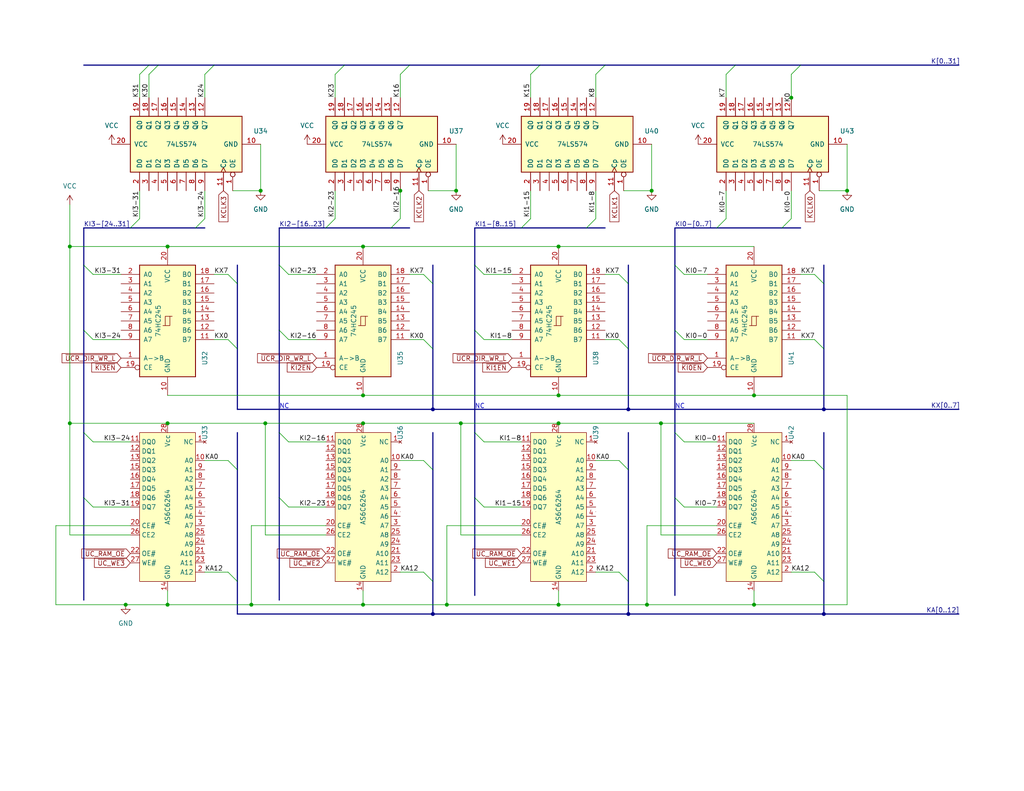
<source format=kicad_sch>
(kicad_sch (version 20211123) (generator eeschema)
  (paper "USLetter")
  (title_block (title "Microcode Engine") (date "2022-07-04"))
  (lib_symbols
    (symbol "74xx:74HC245" (pin_names (offset 1.016))
      (property "Reference" "U" (at -7.62 16.51 0))
      (property "Value" "74HC245" (at -7.62 -16.51 0))
      (symbol "74HC245_1_0"
        (polyline (pts (xy -0.635 -1.27) (xy -0.635 1.27) (xy 0.635 1.27)))
        (polyline (pts (xy -1.27 -1.27) (xy 0.635 -1.27) (xy 0.635 1.27) (xy 1.27 1.27)))
        (pin input line (at -12.7 -10.16 0) (length 5.08) (name "A->B") (number "1"))
        (pin power_in line (at 0 -20.32 90) (length 5.08) (name "GND") (number "10"))
        (pin tri_state line (at 12.7 -5.08 180) (length 5.08) (name "B7") (number "11"))
        (pin tri_state line (at 12.7 -2.54 180) (length 5.08) (name "B6") (number "12"))
        (pin tri_state line (at 12.7 0 180) (length 5.08) (name "B5") (number "13"))
        (pin tri_state line (at 12.7 2.54 180) (length 5.08) (name "B4") (number "14"))
        (pin tri_state line (at 12.7 5.08 180) (length 5.08) (name "B3") (number "15"))
        (pin tri_state line (at 12.7 7.62 180) (length 5.08) (name "B2") (number "16"))
        (pin tri_state line (at 12.7 10.16 180) (length 5.08) (name "B1") (number "17"))
        (pin tri_state line (at 12.7 12.7 180) (length 5.08) (name "B0") (number "18"))
        (pin input inverted (at -12.7 -12.7 0) (length 5.08) (name "CE") (number "19"))
        (pin tri_state line (at -12.7 12.7 0) (length 5.08) (name "A0") (number "2"))
        (pin power_in line (at 0 20.32 270) (length 5.08) (name "VCC") (number "20"))
        (pin tri_state line (at -12.7 10.16 0) (length 5.08) (name "A1") (number "3"))
        (pin tri_state line (at -12.7 7.62 0) (length 5.08) (name "A2") (number "4"))
        (pin tri_state line (at -12.7 5.08 0) (length 5.08) (name "A3") (number "5"))
        (pin tri_state line (at -12.7 2.54 0) (length 5.08) (name "A4") (number "6"))
        (pin tri_state line (at -12.7 0 0) (length 5.08) (name "A5") (number "7"))
        (pin tri_state line (at -12.7 -2.54 0) (length 5.08) (name "A6") (number "8"))
        (pin tri_state line (at -12.7 -5.08 0) (length 5.08) (name "A7") (number "9"))
      )
      (symbol "74HC245_1_1"
        (rectangle (start -7.62 15.24) (end 7.62 -15.24) (stroke (width 0.254)) (fill (type background)))
      )
    )
    (symbol "74xx:74LS574" (pin_names (offset 1.016))
      (property "Reference" "U" (at -7.62 16.51 0))
      (property "Value" "74LS574" (at -7.62 -16.51 0))
      (symbol "74LS574_1_0"
        (pin input inverted (at -12.7 -12.7 0) (length 5.08) (name "OE") (number "1"))
        (pin power_in line (at 0 -20.32 90) (length 5.08) (name "GND") (number "10"))
        (pin input clock (at -12.7 -10.16 0) (length 5.08) (name "Cp") (number "11"))
        (pin tri_state line (at 12.7 -5.08 180) (length 5.08) (name "Q7") (number "12"))
        (pin tri_state line (at 12.7 -2.54 180) (length 5.08) (name "Q6") (number "13"))
        (pin tri_state line (at 12.7 0 180) (length 5.08) (name "Q5") (number "14"))
        (pin tri_state line (at 12.7 2.54 180) (length 5.08) (name "Q4") (number "15"))
        (pin tri_state line (at 12.7 5.08 180) (length 5.08) (name "Q3") (number "16"))
        (pin tri_state line (at 12.7 7.62 180) (length 5.08) (name "Q2") (number "17"))
        (pin tri_state line (at 12.7 10.16 180) (length 5.08) (name "Q1") (number "18"))
        (pin tri_state line (at 12.7 12.7 180) (length 5.08) (name "Q0") (number "19"))
        (pin input line (at -12.7 12.7 0) (length 5.08) (name "D0") (number "2"))
        (pin power_in line (at 0 20.32 270) (length 5.08) (name "VCC") (number "20"))
        (pin input line (at -12.7 10.16 0) (length 5.08) (name "D1") (number "3"))
        (pin input line (at -12.7 7.62 0) (length 5.08) (name "D2") (number "4"))
        (pin input line (at -12.7 5.08 0) (length 5.08) (name "D3") (number "5"))
        (pin input line (at -12.7 2.54 0) (length 5.08) (name "D4") (number "6"))
        (pin input line (at -12.7 0 0) (length 5.08) (name "D5") (number "7"))
        (pin input line (at -12.7 -2.54 0) (length 5.08) (name "D6") (number "8"))
        (pin input line (at -12.7 -5.08 0) (length 5.08) (name "D7") (number "9"))
      )
      (symbol "74LS574_1_1"
        (rectangle (start -7.62 15.24) (end 7.62 -15.24) (stroke (width 0.254)) (fill (type background)))
      )
    )
    (symbol "pdxjjb:AS6C6264"
      (property "Reference" "U" (at -2.54 15.24 0))
      (property "Value" "AS6C6264" (at 0 5.08 90))
      (symbol "AS6C6264_0_1"
        (rectangle (start -10.16 3.81) (end -10.16 3.81))
        (rectangle (start -7.62 25.4) (end 7.62 -15.24) (fill (type background)))
      )
      (symbol "AS6C6264_1_1"
        (pin no_connect line (at -10.16 22.86 0) (length 2.54) (name "NC") (number "1"))
        (pin input line (at -10.16 17.78 0) (length 2.54) (name "A0") (number "10"))
        (pin tri_state line (at 10.16 22.86 180) (length 2.54) (name "DQ0") (number "11"))
        (pin tri_state line (at 10.16 20.32 180) (length 2.54) (name "DQ1") (number "12"))
        (pin tri_state line (at 10.16 17.78 180) (length 2.54) (name "DQ2") (number "13"))
        (pin power_in line (at 0 -17.78 90) (length 2.54) (name "GND") (number "14"))
        (pin tri_state line (at 10.16 15.24 180) (length 2.54) (name "DQ3") (number "15"))
        (pin tri_state line (at 10.16 12.7 180) (length 2.54) (name "DQ4") (number "16"))
        (pin tri_state line (at 10.16 10.16 180) (length 2.54) (name "DQ5") (number "17"))
        (pin tri_state line (at 10.16 7.62 180) (length 2.54) (name "DQ6") (number "18"))
        (pin tri_state line (at 10.16 5.08 180) (length 2.54) (name "DQ7") (number "19"))
        (pin input line (at -10.16 -12.7 0) (length 2.54) (name "A12") (number "2"))
        (pin input line (at 10.16 0 180) (length 2.54) (name "CE#") (number "20"))
        (pin input line (at -10.16 -7.62 0) (length 2.54) (name "A10") (number "21"))
        (pin input line (at 10.16 -7.62 180) (length 2.54) (name "OE#") (number "22"))
        (pin input line (at -10.16 -10.16 0) (length 2.54) (name "A11") (number "23"))
        (pin input line (at -10.16 -5.08 0) (length 2.54) (name "A9") (number "24"))
        (pin input line (at -10.16 -2.54 0) (length 2.54) (name "A8") (number "25"))
        (pin input line (at 10.16 -2.54 180) (length 2.54) (name "CE2") (number "26"))
        (pin input line (at 10.16 -10.16 180) (length 2.54) (name "WE#") (number "27"))
        (pin power_in line (at 0 27.94 270) (length 2.54) (name "Vcc") (number "28"))
        (pin input line (at -10.16 0 0) (length 2.54) (name "A7") (number "3"))
        (pin input line (at -10.16 2.54 0) (length 2.54) (name "A6") (number "4"))
        (pin input line (at -10.16 5.08 0) (length 2.54) (name "A5") (number "5"))
        (pin input line (at -10.16 7.62 0) (length 2.54) (name "A4") (number "6"))
        (pin input line (at -10.16 10.16 0) (length 2.54) (name "A3") (number "7"))
        (pin input line (at -10.16 12.7 0) (length 2.54) (name "A2") (number "8"))
        (pin input line (at -10.16 15.24 0) (length 2.54) (name "A1") (number "9"))
      )
    )
    (symbol "power:GND" (power) (pin_names (offset 0))
      (property "Value" "GND" (at 0 -3.81 0))
      (symbol "GND_0_1"
        (polyline (pts (xy 0 0) (xy 0 -1.27) (xy 1.27 -1.27) (xy 0 -2.54) (xy -1.27 -1.27) (xy 0 -1.27)))
      )
      (symbol "GND_1_1"
        (pin power_in line (at 0 0 270) (length 0) hide (name "GND") (number "1"))
      )
    )
    (symbol "power:VCC" (power) (pin_names (offset 0))
      (property "Value" "VCC" (at 0 3.81 0))
      (symbol "VCC_0_1"
        (polyline (pts (xy -0.762 1.27) (xy 0 2.54)))
        (polyline (pts (xy 0 0) (xy 0 2.54)))
        (polyline (pts (xy 0 2.54) (xy 0.762 1.27)))
      )
      (symbol "VCC_1_1"
        (pin power_in line (at 0 0 90) (length 0) hide (name "VCC") (number "1"))
      )
    )
  )
  (junction (at 177.8 52.07))
  (junction (at 68.58 165.1))
  (junction (at 224.79 111.76))
  (junction (at 124.46 52.07))
  (junction (at 231.14 52.07))
  (junction (at 72.39 115.57))
  (junction (at 215.9 26.67))
  (junction (at 205.74 107.95))
  (junction (at 99.06 115.57))
  (junction (at 152.4 67.31))
  (junction (at 99.06 165.1))
  (junction (at 176.53 165.1))
  (junction (at 152.4 165.1))
  (junction (at 45.72 67.31))
  (junction (at 118.11 111.76))
  (junction (at 99.06 67.31))
  (junction (at 224.79 167.64))
  (junction (at 171.45 111.76))
  (junction (at 152.4 107.95))
  (junction (at 109.22 52.07))
  (junction (at 34.29 165.1))
  (junction (at 45.72 115.57))
  (junction (at 118.11 167.64))
  (junction (at 205.74 165.1))
  (junction (at 45.72 165.1))
  (junction (at 19.05 115.57))
  (junction (at 180.34 115.57))
  (junction (at 99.06 107.95))
  (junction (at 121.92 165.1))
  (junction (at 19.05 67.31))
  (junction (at 71.12 52.07))
  (junction (at 125.73 115.57))
  (junction (at 152.4 115.57))
  (junction (at 171.45 167.64))
  (bus_entry (at 129.54 135.89) (size 2.54 2.54))
  (bus_entry (at 64.77 77.47) (size -2.54 -2.54))
  (bus_entry (at 64.77 95.25) (size -2.54 -2.54))
  (bus_entry (at 118.11 128.27) (size -2.54 -2.54))
  (bus_entry (at 147.32 17.78) (size -2.54 2.54))
  (bus_entry (at 171.45 95.25) (size -2.54 -2.54))
  (bus_entry (at 184.15 72.39) (size 2.54 2.54))
  (bus_entry (at 171.45 158.75) (size -2.54 -2.54))
  (bus_entry (at 64.77 128.27) (size -2.54 -2.54))
  (bus_entry (at 22.86 118.11) (size 2.54 2.54))
  (bus_entry (at 224.79 77.47) (size -2.54 -2.54))
  (bus_entry (at 76.2 135.89) (size 2.54 2.54))
  (bus_entry (at 76.2 118.11) (size 2.54 2.54))
  (bus_entry (at 224.79 95.25) (size -2.54 -2.54))
  (bus_entry (at 106.68 62.23) (size 2.54 -2.54))
  (bus_entry (at 184.15 135.89) (size 2.54 2.54))
  (bus_entry (at 53.34 62.23) (size 2.54 -2.54))
  (bus_entry (at 88.9 62.23) (size 2.54 -2.54))
  (bus_entry (at 224.79 128.27) (size -2.54 -2.54))
  (bus_entry (at 76.2 90.17) (size 2.54 2.54))
  (bus_entry (at 22.86 135.89) (size 2.54 2.54))
  (bus_entry (at 35.56 62.23) (size 2.54 -2.54))
  (bus_entry (at 58.42 17.78) (size -2.54 2.54))
  (bus_entry (at 171.45 128.27) (size -2.54 -2.54))
  (bus_entry (at 171.45 77.47) (size -2.54 -2.54))
  (bus_entry (at 142.24 62.23) (size 2.54 -2.54))
  (bus_entry (at 224.79 158.75) (size -2.54 -2.54))
  (bus_entry (at 118.11 95.25) (size -2.54 -2.54))
  (bus_entry (at 184.15 90.17) (size 2.54 2.54))
  (bus_entry (at 76.2 72.39) (size 2.54 2.54))
  (bus_entry (at 129.54 118.11) (size 2.54 2.54))
  (bus_entry (at 184.15 118.11) (size 2.54 2.54))
  (bus_entry (at 111.76 17.78) (size -2.54 2.54))
  (bus_entry (at 165.1 17.78) (size -2.54 2.54))
  (bus_entry (at 22.86 90.17) (size 2.54 2.54))
  (bus_entry (at 22.86 72.39) (size 2.54 2.54))
  (bus_entry (at 43.18 17.78) (size -2.54 2.54))
  (bus_entry (at 118.11 158.75) (size -2.54 -2.54))
  (bus_entry (at 200.66 17.78) (size -2.54 2.54))
  (bus_entry (at 129.54 72.39) (size 2.54 2.54))
  (bus_entry (at 64.77 158.75) (size -2.54 -2.54))
  (bus_entry (at 129.54 90.17) (size 2.54 2.54))
  (bus_entry (at 218.44 17.78) (size -2.54 2.54))
  (bus_entry (at 160.02 62.23) (size 2.54 -2.54))
  (bus_entry (at 93.98 17.78) (size -2.54 2.54))
  (bus_entry (at 40.64 17.78) (size -2.54 2.54))
  (bus_entry (at 195.58 62.23) (size 2.54 -2.54))
  (bus_entry (at 213.36 62.23) (size 2.54 -2.54))
  (bus_entry (at 118.11 77.47) (size -2.54 -2.54))
  (wire (pts (xy 125.73 146.05) (xy 142.24 146.05)))
  (bus (pts (xy 184.15 62.23) (xy 184.15 72.39)))
  (bus (pts (xy 22.86 135.89) (xy 22.86 163.83)))
  (bus (pts (xy 129.54 90.17) (xy 129.54 118.11)))
  (bus (pts (xy 35.56 62.23) (xy 22.86 62.23)))
  (bus (pts (xy 76.2 62.23) (xy 88.9 62.23)))
  (wire (pts (xy 62.23 74.93) (xy 58.42 74.93)))
  (wire (pts (xy 15.24 143.51) (xy 15.24 165.1)))
  (bus (pts (xy 118.11 95.25) (xy 118.11 111.76)))
  (bus (pts (xy 213.36 62.23) (xy 195.58 62.23)))
  (wire (pts (xy 152.4 115.57) (xy 125.73 115.57)))
  (wire (pts (xy 99.06 161.29) (xy 99.06 165.1)))
  (bus (pts (xy 171.45 111.76) (xy 224.79 111.76)))
  (wire (pts (xy 132.08 92.71) (xy 139.7 92.71)))
  (wire (pts (xy 99.06 67.31) (xy 45.72 67.31)))
  (bus (pts (xy 224.79 167.64) (xy 261.62 167.64)))
  (wire (pts (xy 205.74 165.1) (xy 176.53 165.1)))
  (wire (pts (xy 205.74 67.31) (xy 152.4 67.31)))
  (wire (pts (xy 195.58 143.51) (xy 176.53 143.51)))
  (wire (pts (xy 125.73 115.57) (xy 99.06 115.57)))
  (wire (pts (xy 176.53 165.1) (xy 152.4 165.1)))
  (bus (pts (xy 22.86 118.11) (xy 22.86 135.89)))
  (bus (pts (xy 118.11 72.39) (xy 118.11 77.47)))
  (wire (pts (xy 168.91 92.71) (xy 165.1 92.71)))
  (wire (pts (xy 55.88 20.32) (xy 55.88 26.67)))
  (wire (pts (xy 68.58 165.1) (xy 45.72 165.1)))
  (bus (pts (xy 147.32 17.78) (xy 165.1 17.78)))
  (wire (pts (xy 62.23 125.73) (xy 55.88 125.73)))
  (bus (pts (xy 171.45 118.11) (xy 171.45 128.27)))
  (wire (pts (xy 177.8 52.07) (xy 170.18 52.07)))
  (wire (pts (xy 222.25 156.21) (xy 215.9 156.21)))
  (bus (pts (xy 64.77 167.64) (xy 118.11 167.64)))
  (wire (pts (xy 25.4 138.43) (xy 35.56 138.43)))
  (wire (pts (xy 215.9 20.32) (xy 215.9 26.67)))
  (wire (pts (xy 152.4 107.95) (xy 99.06 107.95)))
  (wire (pts (xy 25.4 92.71) (xy 33.02 92.71)))
  (bus (pts (xy 64.77 158.75) (xy 64.77 167.64)))
  (wire (pts (xy 91.44 20.32) (xy 91.44 26.67)))
  (bus (pts (xy 118.11 128.27) (xy 118.11 158.75)))
  (wire (pts (xy 124.46 52.07) (xy 116.84 52.07)))
  (bus (pts (xy 22.86 90.17) (xy 22.86 118.11)))
  (bus (pts (xy 118.11 111.76) (xy 171.45 111.76)))
  (wire (pts (xy 176.53 143.51) (xy 176.53 165.1)))
  (wire (pts (xy 71.12 52.07) (xy 71.12 39.37)))
  (wire (pts (xy 55.88 59.69) (xy 55.88 52.07)))
  (wire (pts (xy 132.08 138.43) (xy 142.24 138.43)))
  (wire (pts (xy 109.22 20.32) (xy 109.22 26.67)))
  (bus (pts (xy 22.86 62.23) (xy 22.86 72.39)))
  (bus (pts (xy 195.58 62.23) (xy 184.15 62.23)))
  (wire (pts (xy 125.73 146.05) (xy 125.73 115.57)))
  (bus (pts (xy 171.45 128.27) (xy 171.45 158.75)))
  (wire (pts (xy 99.06 165.1) (xy 68.58 165.1)))
  (wire (pts (xy 88.9 143.51) (xy 68.58 143.51)))
  (wire (pts (xy 78.74 92.71) (xy 86.36 92.71)))
  (bus (pts (xy 76.2 135.89) (xy 76.2 163.83)))
  (wire (pts (xy 222.25 92.71) (xy 218.44 92.71)))
  (wire (pts (xy 231.14 52.07) (xy 231.14 39.37)))
  (bus (pts (xy 118.11 118.11) (xy 118.11 128.27)))
  (wire (pts (xy 78.74 74.93) (xy 86.36 74.93)))
  (bus (pts (xy 184.15 118.11) (xy 184.15 135.89)))
  (wire (pts (xy 34.29 165.1) (xy 15.24 165.1)))
  (wire (pts (xy 72.39 146.05) (xy 72.39 115.57)))
  (wire (pts (xy 168.91 74.93) (xy 165.1 74.93)))
  (bus (pts (xy 129.54 118.11) (xy 129.54 135.89)))
  (bus (pts (xy 184.15 72.39) (xy 184.15 90.17)))
  (bus (pts (xy 129.54 62.23) (xy 142.24 62.23)))
  (wire (pts (xy 78.74 120.65) (xy 88.9 120.65)))
  (wire (pts (xy 35.56 146.05) (xy 19.05 146.05)))
  (wire (pts (xy 152.4 67.31) (xy 99.06 67.31)))
  (wire (pts (xy 45.72 161.29) (xy 45.72 165.1)))
  (bus (pts (xy 106.68 62.23) (xy 111.76 62.23)))
  (wire (pts (xy 109.22 52.07) (xy 109.22 50.8)))
  (wire (pts (xy 168.91 156.21) (xy 162.56 156.21)))
  (wire (pts (xy 45.72 107.95) (xy 99.06 107.95)))
  (wire (pts (xy 152.4 115.57) (xy 180.34 115.57)))
  (wire (pts (xy 215.9 26.67) (xy 215.9 27.94)))
  (wire (pts (xy 45.72 67.31) (xy 19.05 67.31)))
  (wire (pts (xy 40.64 20.32) (xy 40.64 26.67)))
  (bus (pts (xy 53.34 62.23) (xy 35.56 62.23)))
  (wire (pts (xy 62.23 92.71) (xy 58.42 92.71)))
  (bus (pts (xy 76.2 90.17) (xy 76.2 118.11)))
  (wire (pts (xy 121.92 143.51) (xy 121.92 165.1)))
  (bus (pts (xy 184.15 135.89) (xy 184.15 162.56)))
  (bus (pts (xy 184.15 90.17) (xy 184.15 118.11)))
  (wire (pts (xy 186.69 74.93) (xy 193.04 74.93)))
  (bus (pts (xy 165.1 17.78) (xy 200.66 17.78)))
  (bus (pts (xy 118.11 77.47) (xy 118.11 95.25)))
  (wire (pts (xy 162.56 20.32) (xy 162.56 26.67)))
  (wire (pts (xy 132.08 74.93) (xy 139.7 74.93)))
  (bus (pts (xy 224.79 95.25) (xy 224.79 111.76)))
  (wire (pts (xy 142.24 143.51) (xy 121.92 143.51)))
  (wire (pts (xy 35.56 143.51) (xy 15.24 143.51)))
  (bus (pts (xy 22.86 17.78) (xy 40.64 17.78)))
  (bus (pts (xy 129.54 62.23) (xy 129.54 72.39)))
  (bus (pts (xy 224.79 128.27) (xy 224.79 158.75)))
  (wire (pts (xy 132.08 120.65) (xy 142.24 120.65)))
  (bus (pts (xy 76.2 72.39) (xy 76.2 90.17)))
  (wire (pts (xy 115.57 74.93) (xy 111.76 74.93)))
  (bus (pts (xy 171.45 72.39) (xy 171.45 77.47)))
  (bus (pts (xy 200.66 17.78) (xy 218.44 17.78)))
  (wire (pts (xy 71.12 52.07) (xy 63.5 52.07)))
  (wire (pts (xy 180.34 115.57) (xy 205.74 115.57)))
  (wire (pts (xy 115.57 125.73) (xy 109.22 125.73)))
  (wire (pts (xy 152.4 161.29) (xy 152.4 165.1)))
  (bus (pts (xy 58.42 17.78) (xy 93.98 17.78)))
  (wire (pts (xy 19.05 115.57) (xy 45.72 115.57)))
  (wire (pts (xy 186.69 92.71) (xy 193.04 92.71)))
  (wire (pts (xy 25.4 74.93) (xy 33.02 74.93)))
  (wire (pts (xy 195.58 146.05) (xy 180.34 146.05)))
  (wire (pts (xy 231.14 165.1) (xy 205.74 165.1)))
  (wire (pts (xy 168.91 125.73) (xy 162.56 125.73)))
  (wire (pts (xy 78.74 138.43) (xy 88.9 138.43)))
  (wire (pts (xy 109.22 59.69) (xy 109.22 52.07)))
  (wire (pts (xy 72.39 115.57) (xy 99.06 115.57)))
  (wire (pts (xy 91.44 59.69) (xy 91.44 52.07)))
  (wire (pts (xy 45.72 115.57) (xy 72.39 115.57)))
  (bus (pts (xy 160.02 62.23) (xy 165.1 62.23)))
  (wire (pts (xy 152.4 165.1) (xy 121.92 165.1)))
  (wire (pts (xy 38.1 20.32) (xy 38.1 26.67)))
  (wire (pts (xy 162.56 59.69) (xy 162.56 52.07)))
  (bus (pts (xy 224.79 77.47) (xy 224.79 95.25)))
  (wire (pts (xy 222.25 74.93) (xy 218.44 74.93)))
  (wire (pts (xy 88.9 146.05) (xy 72.39 146.05)))
  (bus (pts (xy 76.2 62.23) (xy 76.2 72.39)))
  (bus (pts (xy 76.2 118.11) (xy 76.2 135.89)))
  (bus (pts (xy 118.11 158.75) (xy 118.11 167.64)))
  (bus (pts (xy 111.76 17.78) (xy 147.32 17.78)))
  (wire (pts (xy 19.05 55.88) (xy 19.05 67.31)))
  (bus (pts (xy 64.77 77.47) (xy 64.77 95.25)))
  (wire (pts (xy 186.69 138.43) (xy 195.58 138.43)))
  (wire (pts (xy 25.4 120.65) (xy 35.56 120.65)))
  (bus (pts (xy 171.45 77.47) (xy 171.45 95.25)))
  (bus (pts (xy 64.77 128.27) (xy 64.77 158.75)))
  (bus (pts (xy 118.11 167.64) (xy 171.45 167.64)))
  (bus (pts (xy 22.86 72.39) (xy 22.86 90.17)))
  (wire (pts (xy 205.74 107.95) (xy 231.14 107.95)))
  (bus (pts (xy 218.44 62.23) (xy 213.36 62.23)))
  (bus (pts (xy 129.54 72.39) (xy 129.54 90.17)))
  (bus (pts (xy 64.77 118.11) (xy 64.77 128.27)))
  (bus (pts (xy 93.98 17.78) (xy 111.76 17.78)))
  (bus (pts (xy 224.79 111.76) (xy 261.62 111.76)))
  (wire (pts (xy 198.12 20.32) (xy 198.12 26.67)))
  (wire (pts (xy 144.78 59.69) (xy 144.78 52.07)))
  (bus (pts (xy 218.44 17.78) (xy 261.62 17.78)))
  (bus (pts (xy 64.77 72.39) (xy 64.77 77.47)))
  (wire (pts (xy 115.57 92.71) (xy 111.76 92.71)))
  (wire (pts (xy 19.05 67.31) (xy 19.05 115.57)))
  (wire (pts (xy 121.92 165.1) (xy 99.06 165.1)))
  (wire (pts (xy 115.57 156.21) (xy 109.22 156.21)))
  (bus (pts (xy 224.79 158.75) (xy 224.79 167.64)))
  (wire (pts (xy 222.25 125.73) (xy 215.9 125.73)))
  (bus (pts (xy 224.79 118.11) (xy 224.79 128.27)))
  (wire (pts (xy 62.23 156.21) (xy 55.88 156.21)))
  (bus (pts (xy 64.77 111.76) (xy 118.11 111.76)))
  (wire (pts (xy 144.78 20.32) (xy 144.78 26.67)))
  (wire (pts (xy 124.46 52.07) (xy 124.46 39.37)))
  (wire (pts (xy 205.74 107.95) (xy 152.4 107.95)))
  (wire (pts (xy 205.74 161.29) (xy 205.74 165.1)))
  (bus (pts (xy 129.54 135.89) (xy 129.54 162.56)))
  (wire (pts (xy 186.69 120.65) (xy 195.58 120.65)))
  (wire (pts (xy 231.14 107.95) (xy 231.14 165.1)))
  (bus (pts (xy 171.45 158.75) (xy 171.45 167.64)))
  (wire (pts (xy 38.1 59.69) (xy 38.1 52.07)))
  (wire (pts (xy 215.9 59.69) (xy 215.9 52.07)))
  (wire (pts (xy 68.58 143.51) (xy 68.58 165.1)))
  (wire (pts (xy 177.8 52.07) (xy 177.8 39.37)))
  (wire (pts (xy 45.72 165.1) (xy 34.29 165.1)))
  (wire (pts (xy 19.05 146.05) (xy 19.05 115.57)))
  (wire (pts (xy 180.34 146.05) (xy 180.34 115.57)))
  (bus (pts (xy 55.88 62.23) (xy 53.34 62.23)))
  (bus (pts (xy 43.18 17.78) (xy 58.42 17.78)))
  (bus (pts (xy 64.77 95.25) (xy 64.77 111.76)))
  (bus (pts (xy 171.45 167.64) (xy 224.79 167.64)))
  (wire (pts (xy 231.14 52.07) (xy 223.52 52.07)))
  (wire (pts (xy 198.12 59.69) (xy 198.12 52.07)))
  (bus (pts (xy 88.9 62.23) (xy 106.68 62.23)))
  (bus (pts (xy 171.45 95.25) (xy 171.45 111.76)))
  (bus (pts (xy 224.79 72.39) (xy 224.79 77.47)))
  (bus (pts (xy 142.24 62.23) (xy 160.02 62.23)))
  (bus (pts (xy 40.64 17.78) (xy 43.18 17.78)))
  (text "NC" (at 76.2 111.76 0) (effects (font (size 1.27 1.27)) (justify left bottom)))
  (text "NC" (at 184.15 111.76 0) (effects (font (size 1.27 1.27)) (justify left bottom)))
  (text "NC" (at 129.54 111.76 0) (effects (font (size 1.27 1.27)) (justify left bottom)))
  (label "KI2-16" (at 86.36 92.71 180))
  (label "KI0-0" (at 193.04 92.71 180))
  (label "K24" (at 55.88 26.67 90))
  (label "KX[0..7]" (at 254 111.76 0))
  (label "KA[0..12]" (at 252.73 167.64 0))
  (label "KI2-23" (at 88.9 138.43 180))
  (label "KI0-7" (at 198.12 52.07 270))
  (label "KI3-31" (at 38.1 52.07 270))
  (label "KA0" (at 55.88 125.73 0))
  (label "K8" (at 162.56 26.67 90))
  (label "KI2-[16..23]" (at 76.2 62.23 0))
  (label "KI3-[24..31]" (at 22.86 62.23 0))
  (label "KX7" (at 218.44 92.71 0))
  (label "KA12" (at 55.88 156.21 0))
  (label "KI0-0" (at 215.9 52.07 270))
  (label "KI1-15" (at 142.24 138.43 180))
  (label "KI2-16" (at 88.9 120.65 180))
  (label "KX0" (at 165.1 92.71 0))
  (label "KI2-23" (at 86.36 74.93 180))
  (label "KI2-23" (at 91.44 52.07 270))
  (label "KI3-31" (at 35.56 138.43 180))
  (label "KX0" (at 111.76 92.71 0))
  (label "KA12" (at 215.9 156.21 0))
  (label "KI0-7" (at 193.04 74.93 180))
  (label "KI1-8" (at 142.24 120.65 180))
  (label "KX7" (at 165.1 74.93 0))
  (label "K16" (at 109.22 26.67 90))
  (label "K0" (at 215.9 27.94 90))
  (label "KI3-24" (at 55.88 52.07 270))
  (label "KX7" (at 218.44 74.93 0))
  (label "K23" (at 91.44 26.67 90))
  (label "KI3-24" (at 35.56 120.65 180))
  (label "K7" (at 198.12 26.67 90))
  (label "KX7" (at 111.76 74.93 0))
  (label "K31" (at 38.1 26.67 90))
  (label "KI1-[8..15]" (at 129.54 62.23 0))
  (label "KA12" (at 109.22 156.21 0))
  (label "KA12" (at 162.56 156.21 0))
  (label "KI3-24" (at 33.02 92.71 180))
  (label "K30" (at 40.64 26.67 90))
  (label "KI2-16" (at 109.22 50.8 270))
  (label "K[0..31]" (at 254 17.78 0))
  (label "KI0-0" (at 195.58 120.65 180))
  (label "KI3-31" (at 33.02 74.93 180))
  (label "KI1-15" (at 144.78 52.07 270))
  (label "KI1-8" (at 162.56 52.07 270))
  (label "KI0-[0..7]" (at 184.15 62.23 0))
  (label "KA0" (at 215.9 125.73 0))
  (label "KI0-7" (at 195.58 138.43 180))
  (label "KX7" (at 58.42 74.93 0))
  (label "KI1-15" (at 139.7 74.93 180))
  (label "KI1-8" (at 139.7 92.71 180))
  (label "K15" (at 144.78 26.67 90))
  (label "KX0" (at 58.42 92.71 0))
  (label "KA0" (at 162.56 125.73 0))
  (label "KA0" (at 109.22 125.73 0))
  (global_label "~{UCR_DIR_WR_L}" (shape input) (at 33.02 97.79 180) (property "Intersheet References" "${INTERSHEET_REFS}" (effects hide)))
  (global_label "~{UCR_DIR_WR_L}" (shape input) (at 193.04 97.79 180) (property "Intersheet References" "${INTERSHEET_REFS}" (effects hide)))
  (global_label "~{UC_RAM_OE}" (shape input) (at 35.56 151.13 180) (property "Intersheet References" "${INTERSHEET_REFS}" (effects hide)))
  (global_label "~{UC_RAM_OE}" (shape input) (at 195.58 151.13 180) (property "Intersheet References" "${INTERSHEET_REFS}" (effects hide)))
  (global_label "~{UCR_DIR_WR_L}" (shape input) (at 139.7 97.79 180) (property "Intersheet References" "${INTERSHEET_REFS}" (effects hide)))
  (global_label "~{UC_WE2}" (shape input) (at 88.9 153.67 180) (property "Intersheet References" "${INTERSHEET_REFS}" (effects hide)))
  (global_label "KCLK0" (shape input) (at 220.98 52.07 270) (property "Intersheet References" "${INTERSHEET_REFS}" (effects hide)))
  (global_label "~{UC_RAM_OE}" (shape input) (at 88.9 151.13 180) (property "Intersheet References" "${INTERSHEET_REFS}" (effects hide)))
  (global_label "KCLK1" (shape input) (at 167.64 52.07 270) (property "Intersheet References" "${INTERSHEET_REFS}" (effects hide)))
  (global_label "~{KI3EN}" (shape input) (at 33.02 100.33 180) (property "Intersheet References" "${INTERSHEET_REFS}" (effects hide)))
  (global_label "~{KI1EN}" (shape input) (at 139.7 100.33 180) (property "Intersheet References" "${INTERSHEET_REFS}" (effects hide)))
  (global_label "~{UC_WE1}" (shape input) (at 142.24 153.67 180) (property "Intersheet References" "${INTERSHEET_REFS}" (effects hide)))
  (global_label "~{UC_RAM_OE}" (shape input) (at 142.24 151.13 180) (property "Intersheet References" "${INTERSHEET_REFS}" (effects hide)))
  (global_label "~{KI2EN}" (shape input) (at 86.36 100.33 180) (property "Intersheet References" "${INTERSHEET_REFS}" (effects hide)))
  (global_label "~{UC_WE3}" (shape input) (at 35.56 153.67 180) (property "Intersheet References" "${INTERSHEET_REFS}" (effects hide)))
  (global_label "KCLK3" (shape input) (at 60.96 52.07 270) (property "Intersheet References" "${INTERSHEET_REFS}" (effects hide)))
  (global_label "~{UC_WE0}" (shape input) (at 195.58 153.67 180) (property "Intersheet References" "${INTERSHEET_REFS}" (effects hide)))
  (global_label "~{KI0EN}" (shape input) (at 193.04 100.33 180) (property "Intersheet References" "${INTERSHEET_REFS}" (effects hide)))
  (global_label "~{UCR_DIR_WR_L}" (shape input) (at 86.36 97.79 180) (property "Intersheet References" "${INTERSHEET_REFS}" (effects hide)))
  (global_label "KCLK2" (shape input) (at 114.3 52.07 270) (property "Intersheet References" "${INTERSHEET_REFS}" (effects hide)))
  (symbol (lib_id "74xx:74LS574") (at 104.14 39.37 90) (unit 1)
    (property "Reference" "U37" (at 124.46 35.7886 90))
    (property "Value" "74LS574" (at 102.87 39.37 90))
    (property "Datasheet" "http://www.ti.com/lit/gpn/sn74LS574" (effects hide))
  )
  (symbol (lib_id "power:GND") (at 71.12 52.07 0) (unit 1)
    (property "Reference" "#PWR027" (effects hide))
    (property "Value" "GND" (at 71.12 57.15 0))
  )
  (symbol (lib_id "pdxjjb:AS6C6264") (at 99.06 143.51 0) (mirror y) (unit 1)
    (property "Reference" "U36" (at 109.22 118.11 90))
    (property "Value" "AS6C6264" (at 99.06 138.43 90))
  )
  (symbol (lib_id "power:VCC") (at 30.48 39.37 0) (unit 1)
    (property "Reference" "#PWR016" (effects hide))
    (property "Value" "VCC" (at 30.48 34.29 0))
  )
  (symbol (lib_id "power:GND") (at 124.46 52.07 0) (unit 1)
    (property "Reference" "#PWR033" (effects hide))
    (property "Value" "GND" (at 124.46 57.15 0))
  )
  (symbol (lib_id "74xx:74HC245") (at 45.72 87.63 0) (unit 1)
    (property "Reference" "U32" (at 55.88 97.79 90))
    (property "Value" "74HC245" (at 43.18 87.63 90))
    (property "Datasheet" "http://www.ti.com/lit/gpn/sn74HC245" (effects hide))
  )
  (symbol (lib_id "74xx:74LS574") (at 210.82 39.37 90) (unit 1)
    (property "Reference" "U43" (at 231.14 35.7886 90))
    (property "Value" "74LS574" (at 209.55 39.37 90))
    (property "Datasheet" "http://www.ti.com/lit/gpn/sn74LS574" (effects hide))
  )
  (symbol (lib_id "power:VCC") (at 190.5 39.37 0) (unit 1)
    (property "Reference" "#PWR043" (effects hide))
    (property "Value" "VCC" (at 190.5 34.29 0))
  )
  (symbol (lib_id "power:GND") (at 34.29 165.1 0) (unit 1)
    (property "Reference" "#PWR017" (effects hide))
    (property "Value" "GND" (at 34.29 170.18 0))
  )
  (symbol (lib_id "power:GND") (at 231.14 52.07 0) (unit 1)
    (property "Reference" "#PWR044" (effects hide))
    (property "Value" "GND" (at 231.14 57.15 0))
  )
  (symbol (lib_id "pdxjjb:AS6C6264") (at 45.72 143.51 0) (mirror y) (unit 1)
    (property "Reference" "U33" (at 55.88 118.11 90))
    (property "Value" "AS6C6264" (at 45.72 138.43 90))
  )
  (symbol (lib_id "74xx:74LS574") (at 50.8 39.37 90) (unit 1)
    (property "Reference" "U34" (at 71.12 35.7886 90))
    (property "Value" "74LS574" (at 49.53 39.37 90))
    (property "Datasheet" "http://www.ti.com/lit/gpn/sn74LS574" (effects hide))
  )
  (symbol (lib_id "74xx:74LS574") (at 157.48 39.37 90) (unit 1)
    (property "Reference" "U40" (at 177.8 35.7886 90))
    (property "Value" "74LS574" (at 156.21 39.37 90))
    (property "Datasheet" "http://www.ti.com/lit/gpn/sn74LS574" (effects hide))
  )
  (symbol (lib_id "pdxjjb:AS6C6264") (at 152.4 143.51 0) (mirror y) (unit 1)
    (property "Reference" "U39" (at 162.56 118.11 90))
    (property "Value" "AS6C6264" (at 152.4 138.43 90))
  )
  (symbol (lib_id "74xx:74HC245") (at 99.06 87.63 0) (unit 1)
    (property "Reference" "U35" (at 109.22 97.79 90))
    (property "Value" "74HC245" (at 96.52 87.63 90))
    (property "Datasheet" "http://www.ti.com/lit/gpn/sn74HC245" (effects hide))
  )
  (symbol (lib_id "74xx:74HC245") (at 205.74 87.63 0) (unit 1)
    (property "Reference" "U41" (at 215.9 97.79 90))
    (property "Value" "74HC245" (at 203.2 87.63 90))
    (property "Datasheet" "http://www.ti.com/lit/gpn/sn74HC245" (effects hide))
  )
  (symbol (lib_id "power:VCC") (at 83.82 39.37 0) (unit 1)
    (property "Reference" "#PWR032" (effects hide))
    (property "Value" "VCC" (at 83.82 34.29 0))
  )
  (symbol (lib_id "power:VCC") (at 137.16 39.37 0) (unit 1)
    (property "Reference" "#PWR039" (effects hide))
    (property "Value" "VCC" (at 137.16 34.29 0))
  )
  (symbol (lib_id "power:VCC") (at 19.05 55.88 0) (unit 1)
    (property "Reference" "#PWR015" (effects hide))
    (property "Value" "VCC" (at 19.05 50.8 0))
  )
  (symbol (lib_id "power:GND") (at 177.8 52.07 0) (unit 1)
    (property "Reference" "#PWR041" (effects hide))
    (property "Value" "GND" (at 177.8 57.15 0))
  )
  (symbol (lib_id "pdxjjb:AS6C6264") (at 205.74 143.51 0) (mirror y) (unit 1)
    (property "Reference" "U42" (at 215.9 118.11 90))
    (property "Value" "AS6C6264" (at 205.74 138.43 90))
  )
  (symbol (lib_id "74xx:74HC245") (at 152.4 87.63 0) (unit 1)
    (property "Reference" "U38" (at 162.56 97.79 90))
    (property "Value" "74HC245" (at 149.86 87.63 90))
    (property "Datasheet" "http://www.ti.com/lit/gpn/sn74HC245" (effects hide))
  )
)
</source>
